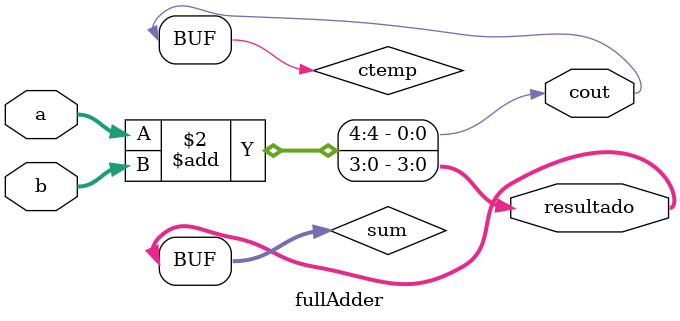
<source format=sv>
module fullAdder #(parameter N = 4)(input logic [N-1:0] a, b, output logic [N-1:0] resultado, output logic cout);

    logic [N-1:0] sum;
    logic ctemp;

    always_comb begin
        {ctemp, sum} = a + b;
    end

    assign resultado = sum;
    assign cout = ctemp;

endmodule 
</source>
